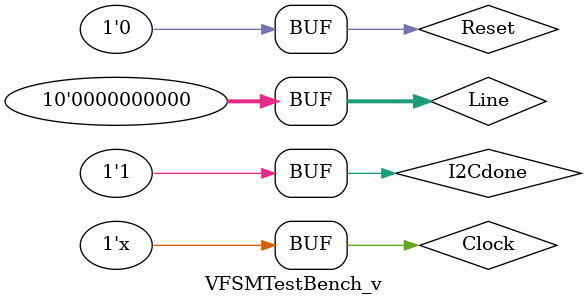
<source format=v>
`timescale		1 ns/1 ps		// Display things in ns, compute them in ps
`define HalfCycle	18.518		// Half of the clock cycle time in nanoseconds
`define Cycle		(`HalfCycle * 2)	// Didn't you learn to multiply?
`define ActiveCycles	65536			// Change this to hold the buttons down for longer!

module VFSMTestBench_v;

	// Inputs
	reg Clock;
	reg Reset;
	reg I2Cdone;
	reg [9:0] Line;

	// Outputs
	wire BlankGen;
	wire Even_Odd;
	wire [2:0] State;

	//---------------------------------------------------------------
	//	Clock Source
	//		This section will generate a clock signal,
	//		turning it on and off according the HalfCycle
	//		time, in this case it will generate a 27MHz clock
	//		THIS COULD NEVER BE SYNTHESIZED
	//---------------------------------------------------------------
	initial Clock =		1'b1;		// We need to start at 1'b0, otherwise clock will always be 1'bx
	always #(`HalfCycle) Clock =	~Clock;	// Every half clock cycle, invert the clock
	//---------------------------------------------------------------

	// Instantiate the Unit Under Test (UUT)
	VFSM uut (
		.Clock(Clock), 
		.Reset(Reset), 
		.I2Cdone(I2Cdone), 
		.Line(Line), 
		.BlankGen(BlankGen), 
		.Even_Odd(Even_Odd), 
		.State(State)
	);

	initial begin
		// Initialize Inputs
		Reset = 1'b1;
		I2Cdone = 1'b0;
		Line = 10'd0;
		
		#(`Cycle * 4);
		Reset = 1'b0;
		#(`Cycle);
		I2Cdone = 1'b1;
		#(`Cycle*3);
		Line = 10'd14;
		#(`Cycle*3);
		Line = 10'd258;
		#(`Cycle*3);
		Line = 10'd262;
		#(`Cycle*3);
		Line = 10'd277;
		#(`Cycle*3);
		Line = 10'd520;
		#(`Cycle*3);
		Line = 10'd0;
		#(`Cycle*3);

	end
      
endmodule


</source>
